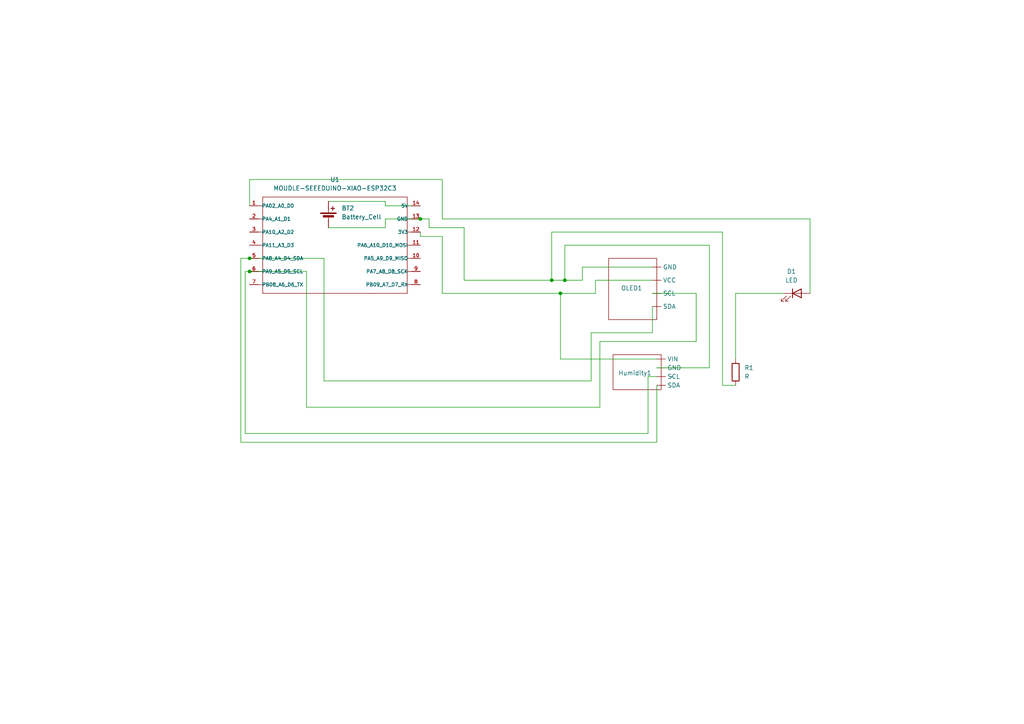
<source format=kicad_sch>
(kicad_sch
	(version 20231120)
	(generator "eeschema")
	(generator_version "8.0")
	(uuid "7337fde0-1ea6-453c-8879-0553c18887b5")
	(paper "A4")
	(lib_symbols
		(symbol "Device:Battery_Cell"
			(pin_numbers hide)
			(pin_names
				(offset 0) hide)
			(exclude_from_sim no)
			(in_bom yes)
			(on_board yes)
			(property "Reference" "BT"
				(at 2.54 2.54 0)
				(effects
					(font
						(size 1.27 1.27)
					)
					(justify left)
				)
			)
			(property "Value" "Battery_Cell"
				(at 2.54 0 0)
				(effects
					(font
						(size 1.27 1.27)
					)
					(justify left)
				)
			)
			(property "Footprint" ""
				(at 0 1.524 90)
				(effects
					(font
						(size 1.27 1.27)
					)
					(hide yes)
				)
			)
			(property "Datasheet" "~"
				(at 0 1.524 90)
				(effects
					(font
						(size 1.27 1.27)
					)
					(hide yes)
				)
			)
			(property "Description" "Single-cell battery"
				(at 0 0 0)
				(effects
					(font
						(size 1.27 1.27)
					)
					(hide yes)
				)
			)
			(property "ki_keywords" "battery cell"
				(at 0 0 0)
				(effects
					(font
						(size 1.27 1.27)
					)
					(hide yes)
				)
			)
			(symbol "Battery_Cell_0_1"
				(rectangle
					(start -2.286 1.778)
					(end 2.286 1.524)
					(stroke
						(width 0)
						(type default)
					)
					(fill
						(type outline)
					)
				)
				(rectangle
					(start -1.524 1.016)
					(end 1.524 0.508)
					(stroke
						(width 0)
						(type default)
					)
					(fill
						(type outline)
					)
				)
				(polyline
					(pts
						(xy 0 0.762) (xy 0 0)
					)
					(stroke
						(width 0)
						(type default)
					)
					(fill
						(type none)
					)
				)
				(polyline
					(pts
						(xy 0 1.778) (xy 0 2.54)
					)
					(stroke
						(width 0)
						(type default)
					)
					(fill
						(type none)
					)
				)
				(polyline
					(pts
						(xy 0.762 3.048) (xy 1.778 3.048)
					)
					(stroke
						(width 0.254)
						(type default)
					)
					(fill
						(type none)
					)
				)
				(polyline
					(pts
						(xy 1.27 3.556) (xy 1.27 2.54)
					)
					(stroke
						(width 0.254)
						(type default)
					)
					(fill
						(type none)
					)
				)
			)
			(symbol "Battery_Cell_1_1"
				(pin passive line
					(at 0 5.08 270)
					(length 2.54)
					(name "+"
						(effects
							(font
								(size 1.27 1.27)
							)
						)
					)
					(number "1"
						(effects
							(font
								(size 1.27 1.27)
							)
						)
					)
				)
				(pin passive line
					(at 0 -2.54 90)
					(length 2.54)
					(name "-"
						(effects
							(font
								(size 1.27 1.27)
							)
						)
					)
					(number "2"
						(effects
							(font
								(size 1.27 1.27)
							)
						)
					)
				)
			)
		)
		(symbol "Device:LED"
			(pin_numbers hide)
			(pin_names
				(offset 1.016) hide)
			(exclude_from_sim no)
			(in_bom yes)
			(on_board yes)
			(property "Reference" "D"
				(at 0 2.54 0)
				(effects
					(font
						(size 1.27 1.27)
					)
				)
			)
			(property "Value" "LED"
				(at 0 -2.54 0)
				(effects
					(font
						(size 1.27 1.27)
					)
				)
			)
			(property "Footprint" ""
				(at 0 0 0)
				(effects
					(font
						(size 1.27 1.27)
					)
					(hide yes)
				)
			)
			(property "Datasheet" "~"
				(at 0 0 0)
				(effects
					(font
						(size 1.27 1.27)
					)
					(hide yes)
				)
			)
			(property "Description" "Light emitting diode"
				(at 0 0 0)
				(effects
					(font
						(size 1.27 1.27)
					)
					(hide yes)
				)
			)
			(property "ki_keywords" "LED diode"
				(at 0 0 0)
				(effects
					(font
						(size 1.27 1.27)
					)
					(hide yes)
				)
			)
			(property "ki_fp_filters" "LED* LED_SMD:* LED_THT:*"
				(at 0 0 0)
				(effects
					(font
						(size 1.27 1.27)
					)
					(hide yes)
				)
			)
			(symbol "LED_0_1"
				(polyline
					(pts
						(xy -1.27 -1.27) (xy -1.27 1.27)
					)
					(stroke
						(width 0.254)
						(type default)
					)
					(fill
						(type none)
					)
				)
				(polyline
					(pts
						(xy -1.27 0) (xy 1.27 0)
					)
					(stroke
						(width 0)
						(type default)
					)
					(fill
						(type none)
					)
				)
				(polyline
					(pts
						(xy 1.27 -1.27) (xy 1.27 1.27) (xy -1.27 0) (xy 1.27 -1.27)
					)
					(stroke
						(width 0.254)
						(type default)
					)
					(fill
						(type none)
					)
				)
				(polyline
					(pts
						(xy -3.048 -0.762) (xy -4.572 -2.286) (xy -3.81 -2.286) (xy -4.572 -2.286) (xy -4.572 -1.524)
					)
					(stroke
						(width 0)
						(type default)
					)
					(fill
						(type none)
					)
				)
				(polyline
					(pts
						(xy -1.778 -0.762) (xy -3.302 -2.286) (xy -2.54 -2.286) (xy -3.302 -2.286) (xy -3.302 -1.524)
					)
					(stroke
						(width 0)
						(type default)
					)
					(fill
						(type none)
					)
				)
			)
			(symbol "LED_1_1"
				(pin passive line
					(at -3.81 0 0)
					(length 2.54)
					(name "K"
						(effects
							(font
								(size 1.27 1.27)
							)
						)
					)
					(number "1"
						(effects
							(font
								(size 1.27 1.27)
							)
						)
					)
				)
				(pin passive line
					(at 3.81 0 180)
					(length 2.54)
					(name "A"
						(effects
							(font
								(size 1.27 1.27)
							)
						)
					)
					(number "2"
						(effects
							(font
								(size 1.27 1.27)
							)
						)
					)
				)
			)
		)
		(symbol "Device:R"
			(pin_numbers hide)
			(pin_names
				(offset 0)
			)
			(exclude_from_sim no)
			(in_bom yes)
			(on_board yes)
			(property "Reference" "R"
				(at 2.032 0 90)
				(effects
					(font
						(size 1.27 1.27)
					)
				)
			)
			(property "Value" "R"
				(at 0 0 90)
				(effects
					(font
						(size 1.27 1.27)
					)
				)
			)
			(property "Footprint" ""
				(at -1.778 0 90)
				(effects
					(font
						(size 1.27 1.27)
					)
					(hide yes)
				)
			)
			(property "Datasheet" "~"
				(at 0 0 0)
				(effects
					(font
						(size 1.27 1.27)
					)
					(hide yes)
				)
			)
			(property "Description" "Resistor"
				(at 0 0 0)
				(effects
					(font
						(size 1.27 1.27)
					)
					(hide yes)
				)
			)
			(property "ki_keywords" "R res resistor"
				(at 0 0 0)
				(effects
					(font
						(size 1.27 1.27)
					)
					(hide yes)
				)
			)
			(property "ki_fp_filters" "R_*"
				(at 0 0 0)
				(effects
					(font
						(size 1.27 1.27)
					)
					(hide yes)
				)
			)
			(symbol "R_0_1"
				(rectangle
					(start -1.016 -2.54)
					(end 1.016 2.54)
					(stroke
						(width 0.254)
						(type default)
					)
					(fill
						(type none)
					)
				)
			)
			(symbol "R_1_1"
				(pin passive line
					(at 0 3.81 270)
					(length 1.27)
					(name "~"
						(effects
							(font
								(size 1.27 1.27)
							)
						)
					)
					(number "1"
						(effects
							(font
								(size 1.27 1.27)
							)
						)
					)
				)
				(pin passive line
					(at 0 -3.81 90)
					(length 1.27)
					(name "~"
						(effects
							(font
								(size 1.27 1.27)
							)
						)
					)
					(number "2"
						(effects
							(font
								(size 1.27 1.27)
							)
						)
					)
				)
			)
		)
		(symbol "MOUDLE-SEEEDUINO-XIAO-ESP32C3:MOUDLE-SEEEDUINO-XIAO-ESP32C3"
			(pin_names
				(offset 1.016)
			)
			(exclude_from_sim no)
			(in_bom yes)
			(on_board yes)
			(property "Reference" "U"
				(at -21.59 15.24 0)
				(effects
					(font
						(size 1.27 1.27)
					)
					(justify left bottom)
				)
			)
			(property "Value" "MOUDLE-SEEEDUINO-XIAO-ESP32C3"
				(at -21.59 13.97 0)
				(effects
					(font
						(size 1.27 1.27)
					)
					(justify left bottom)
				)
			)
			(property "Footprint" "MOUDLE14P-SMD-2.54-21X17.8MM"
				(at 0 0 0)
				(effects
					(font
						(size 1.27 1.27)
					)
					(justify bottom)
					(hide yes)
				)
			)
			(property "Datasheet" ""
				(at 0 0 0)
				(effects
					(font
						(size 1.27 1.27)
					)
					(hide yes)
				)
			)
			(property "Description" ""
				(at 0 0 0)
				(effects
					(font
						(size 1.27 1.27)
					)
					(hide yes)
				)
			)
			(symbol "MOUDLE-SEEEDUINO-XIAO-ESP32C3_0_0"
				(polyline
					(pts
						(xy -21.59 -13.97) (xy -21.59 0)
					)
					(stroke
						(width 0.1524)
						(type default)
					)
					(fill
						(type none)
					)
				)
				(polyline
					(pts
						(xy -21.59 -11.43) (xy -22.86 -11.43)
					)
					(stroke
						(width 0.1524)
						(type default)
					)
					(fill
						(type none)
					)
				)
				(polyline
					(pts
						(xy -21.59 -7.62) (xy -22.86 -7.62)
					)
					(stroke
						(width 0.1524)
						(type default)
					)
					(fill
						(type none)
					)
				)
				(polyline
					(pts
						(xy -21.59 -3.81) (xy -22.86 -3.81)
					)
					(stroke
						(width 0.1524)
						(type default)
					)
					(fill
						(type none)
					)
				)
				(polyline
					(pts
						(xy -21.59 0) (xy -22.86 0)
					)
					(stroke
						(width 0.1524)
						(type default)
					)
					(fill
						(type none)
					)
				)
				(polyline
					(pts
						(xy -21.59 0) (xy -21.59 3.81)
					)
					(stroke
						(width 0.1524)
						(type default)
					)
					(fill
						(type none)
					)
				)
				(polyline
					(pts
						(xy -21.59 3.81) (xy -22.86 3.81)
					)
					(stroke
						(width 0.1524)
						(type default)
					)
					(fill
						(type none)
					)
				)
				(polyline
					(pts
						(xy -21.59 3.81) (xy -21.59 7.62)
					)
					(stroke
						(width 0.1524)
						(type default)
					)
					(fill
						(type none)
					)
				)
				(polyline
					(pts
						(xy -21.59 7.62) (xy -22.86 7.62)
					)
					(stroke
						(width 0.1524)
						(type default)
					)
					(fill
						(type none)
					)
				)
				(polyline
					(pts
						(xy -21.59 7.62) (xy -21.59 11.43)
					)
					(stroke
						(width 0.1524)
						(type default)
					)
					(fill
						(type none)
					)
				)
				(polyline
					(pts
						(xy -21.59 11.43) (xy -22.86 11.43)
					)
					(stroke
						(width 0.1524)
						(type default)
					)
					(fill
						(type none)
					)
				)
				(polyline
					(pts
						(xy -21.59 11.43) (xy -21.59 13.97)
					)
					(stroke
						(width 0.1524)
						(type default)
					)
					(fill
						(type none)
					)
				)
				(polyline
					(pts
						(xy -21.59 13.97) (xy 20.32 13.97)
					)
					(stroke
						(width 0.1524)
						(type default)
					)
					(fill
						(type none)
					)
				)
				(polyline
					(pts
						(xy 20.32 -13.97) (xy -21.59 -13.97)
					)
					(stroke
						(width 0.1524)
						(type default)
					)
					(fill
						(type none)
					)
				)
				(polyline
					(pts
						(xy 20.32 3.81) (xy 20.32 -13.97)
					)
					(stroke
						(width 0.1524)
						(type default)
					)
					(fill
						(type none)
					)
				)
				(polyline
					(pts
						(xy 20.32 7.62) (xy 20.32 3.81)
					)
					(stroke
						(width 0.1524)
						(type default)
					)
					(fill
						(type none)
					)
				)
				(polyline
					(pts
						(xy 20.32 11.43) (xy 20.32 7.62)
					)
					(stroke
						(width 0.1524)
						(type default)
					)
					(fill
						(type none)
					)
				)
				(polyline
					(pts
						(xy 20.32 13.97) (xy 20.32 11.43)
					)
					(stroke
						(width 0.1524)
						(type default)
					)
					(fill
						(type none)
					)
				)
				(polyline
					(pts
						(xy 21.59 -11.43) (xy 20.32 -11.43)
					)
					(stroke
						(width 0.1524)
						(type default)
					)
					(fill
						(type none)
					)
				)
				(polyline
					(pts
						(xy 21.59 -7.62) (xy 20.32 -7.62)
					)
					(stroke
						(width 0.1524)
						(type default)
					)
					(fill
						(type none)
					)
				)
				(polyline
					(pts
						(xy 21.59 -3.81) (xy 20.32 -3.81)
					)
					(stroke
						(width 0.1524)
						(type default)
					)
					(fill
						(type none)
					)
				)
				(polyline
					(pts
						(xy 21.59 0) (xy 20.32 0)
					)
					(stroke
						(width 0.1524)
						(type default)
					)
					(fill
						(type none)
					)
				)
				(polyline
					(pts
						(xy 21.59 3.81) (xy 20.32 3.81)
					)
					(stroke
						(width 0.1524)
						(type default)
					)
					(fill
						(type none)
					)
				)
				(polyline
					(pts
						(xy 21.59 7.62) (xy 20.32 7.62)
					)
					(stroke
						(width 0.1524)
						(type default)
					)
					(fill
						(type none)
					)
				)
				(polyline
					(pts
						(xy 21.59 11.43) (xy 20.32 11.43)
					)
					(stroke
						(width 0.1524)
						(type default)
					)
					(fill
						(type none)
					)
				)
				(pin bidirectional line
					(at -25.4 11.43 0)
					(length 2.54)
					(name "PA02_A0_D0"
						(effects
							(font
								(size 1.016 1.016)
							)
						)
					)
					(number "1"
						(effects
							(font
								(size 1.016 1.016)
							)
						)
					)
				)
				(pin bidirectional line
					(at 24.13 -3.81 180)
					(length 2.54)
					(name "PA5_A9_D9_MISO"
						(effects
							(font
								(size 1.016 1.016)
							)
						)
					)
					(number "10"
						(effects
							(font
								(size 1.016 1.016)
							)
						)
					)
				)
				(pin bidirectional line
					(at 24.13 0 180)
					(length 2.54)
					(name "PA6_A10_D10_MOSI"
						(effects
							(font
								(size 1.016 1.016)
							)
						)
					)
					(number "11"
						(effects
							(font
								(size 1.016 1.016)
							)
						)
					)
				)
				(pin bidirectional line
					(at 24.13 3.81 180)
					(length 2.54)
					(name "3V3"
						(effects
							(font
								(size 1.016 1.016)
							)
						)
					)
					(number "12"
						(effects
							(font
								(size 1.016 1.016)
							)
						)
					)
				)
				(pin bidirectional line
					(at 24.13 7.62 180)
					(length 2.54)
					(name "GND"
						(effects
							(font
								(size 1.016 1.016)
							)
						)
					)
					(number "13"
						(effects
							(font
								(size 1.016 1.016)
							)
						)
					)
				)
				(pin bidirectional line
					(at 24.13 11.43 180)
					(length 2.54)
					(name "5V"
						(effects
							(font
								(size 1.016 1.016)
							)
						)
					)
					(number "14"
						(effects
							(font
								(size 1.016 1.016)
							)
						)
					)
				)
				(pin bidirectional line
					(at -25.4 7.62 0)
					(length 2.54)
					(name "PA4_A1_D1"
						(effects
							(font
								(size 1.016 1.016)
							)
						)
					)
					(number "2"
						(effects
							(font
								(size 1.016 1.016)
							)
						)
					)
				)
				(pin bidirectional line
					(at -25.4 3.81 0)
					(length 2.54)
					(name "PA10_A2_D2"
						(effects
							(font
								(size 1.016 1.016)
							)
						)
					)
					(number "3"
						(effects
							(font
								(size 1.016 1.016)
							)
						)
					)
				)
				(pin bidirectional line
					(at -25.4 0 0)
					(length 2.54)
					(name "PA11_A3_D3"
						(effects
							(font
								(size 1.016 1.016)
							)
						)
					)
					(number "4"
						(effects
							(font
								(size 1.016 1.016)
							)
						)
					)
				)
				(pin bidirectional line
					(at -25.4 -3.81 0)
					(length 2.54)
					(name "PA8_A4_D4_SDA"
						(effects
							(font
								(size 1.016 1.016)
							)
						)
					)
					(number "5"
						(effects
							(font
								(size 1.016 1.016)
							)
						)
					)
				)
				(pin bidirectional line
					(at -25.4 -7.62 0)
					(length 2.54)
					(name "PA9_A5_D5_SCL"
						(effects
							(font
								(size 1.016 1.016)
							)
						)
					)
					(number "6"
						(effects
							(font
								(size 1.016 1.016)
							)
						)
					)
				)
				(pin bidirectional line
					(at -25.4 -11.43 0)
					(length 2.54)
					(name "PB08_A6_D6_TX"
						(effects
							(font
								(size 1.016 1.016)
							)
						)
					)
					(number "7"
						(effects
							(font
								(size 1.016 1.016)
							)
						)
					)
				)
				(pin bidirectional line
					(at 24.13 -11.43 180)
					(length 2.54)
					(name "PB09_A7_D7_RX"
						(effects
							(font
								(size 1.016 1.016)
							)
						)
					)
					(number "8"
						(effects
							(font
								(size 1.016 1.016)
							)
						)
					)
				)
				(pin bidirectional line
					(at 24.13 -7.62 180)
					(length 2.54)
					(name "PA7_A8_D8_SCK"
						(effects
							(font
								(size 1.016 1.016)
							)
						)
					)
					(number "9"
						(effects
							(font
								(size 1.016 1.016)
							)
						)
					)
				)
			)
		)
		(symbol "YEah:BME_Humidity"
			(exclude_from_sim no)
			(in_bom yes)
			(on_board yes)
			(property "Reference" "Humidity"
				(at -0.762 -1.27 0)
				(effects
					(font
						(size 1.27 1.27)
					)
				)
			)
			(property "Value" ""
				(at 0 0 0)
				(effects
					(font
						(size 1.27 1.27)
					)
				)
			)
			(property "Footprint" ""
				(at 0 0 0)
				(effects
					(font
						(size 1.27 1.27)
					)
					(hide yes)
				)
			)
			(property "Datasheet" ""
				(at 0 0 0)
				(effects
					(font
						(size 1.27 1.27)
					)
					(hide yes)
				)
			)
			(property "Description" ""
				(at 0 0 0)
				(effects
					(font
						(size 1.27 1.27)
					)
					(hide yes)
				)
			)
			(symbol "BME_Humidity_0_1"
				(rectangle
					(start -5.08 3.81)
					(end 8.89 -6.35)
					(stroke
						(width 0)
						(type default)
					)
					(fill
						(type none)
					)
				)
			)
			(symbol "BME_Humidity_1_1"
				(pin input line
					(at 7.62 0 0)
					(length 2.54)
					(name "GND"
						(effects
							(font
								(size 1.27 1.27)
							)
						)
					)
					(number ""
						(effects
							(font
								(size 1.27 1.27)
							)
						)
					)
				)
				(pin input line
					(at 7.62 -2.54 0)
					(length 2.54)
					(name "SCL"
						(effects
							(font
								(size 1.27 1.27)
							)
						)
					)
					(number ""
						(effects
							(font
								(size 1.27 1.27)
							)
						)
					)
				)
				(pin input line
					(at 7.62 -5.08 0)
					(length 2.54)
					(name "SDA"
						(effects
							(font
								(size 1.27 1.27)
							)
						)
					)
					(number ""
						(effects
							(font
								(size 1.27 1.27)
							)
						)
					)
				)
				(pin input line
					(at 7.62 2.54 0)
					(length 2.54)
					(name "VIN"
						(effects
							(font
								(size 1.27 1.27)
							)
						)
					)
					(number ""
						(effects
							(font
								(size 1.27 1.27)
							)
						)
					)
				)
			)
		)
		(symbol "YEah:OLED"
			(exclude_from_sim no)
			(in_bom yes)
			(on_board yes)
			(property "Reference" "OLED"
				(at -2.794 2.286 0)
				(effects
					(font
						(size 1.27 1.27)
					)
				)
			)
			(property "Value" ""
				(at 0 0 0)
				(effects
					(font
						(size 1.27 1.27)
					)
				)
			)
			(property "Footprint" ""
				(at 0 0 0)
				(effects
					(font
						(size 1.27 1.27)
					)
					(hide yes)
				)
			)
			(property "Datasheet" ""
				(at 0 0 0)
				(effects
					(font
						(size 1.27 1.27)
					)
					(hide yes)
				)
			)
			(property "Description" ""
				(at 0 0 0)
				(effects
					(font
						(size 1.27 1.27)
					)
					(hide yes)
				)
			)
			(symbol "OLED_0_1"
				(rectangle
					(start -6.35 11.43)
					(end 7.62 -6.35)
					(stroke
						(width 0)
						(type default)
					)
					(fill
						(type none)
					)
				)
			)
			(symbol "OLED_1_1"
				(pin input line
					(at 6.35 8.89 0)
					(length 2.54)
					(name "GND"
						(effects
							(font
								(size 1.27 1.27)
							)
						)
					)
					(number ""
						(effects
							(font
								(size 1.27 1.27)
							)
						)
					)
				)
				(pin input line
					(at 6.35 1.27 0)
					(length 2.54)
					(name "SCL"
						(effects
							(font
								(size 1.27 1.27)
							)
						)
					)
					(number ""
						(effects
							(font
								(size 1.27 1.27)
							)
						)
					)
				)
				(pin input line
					(at 6.35 -2.54 0)
					(length 2.54)
					(name "SDA"
						(effects
							(font
								(size 1.27 1.27)
							)
						)
					)
					(number ""
						(effects
							(font
								(size 1.27 1.27)
							)
						)
					)
				)
				(pin input line
					(at 6.35 5.08 0)
					(length 2.54)
					(name "VCC"
						(effects
							(font
								(size 1.27 1.27)
							)
						)
					)
					(number ""
						(effects
							(font
								(size 1.27 1.27)
							)
						)
					)
				)
			)
		)
	)
	(junction
		(at 163.83 81.28)
		(diameter 0)
		(color 0 0 0 0)
		(uuid "36367370-a3dc-407e-ac03-90faac5e03c8")
	)
	(junction
		(at 162.56 85.09)
		(diameter 0)
		(color 0 0 0 0)
		(uuid "6200207b-ae61-45c4-9a2a-4d9572f20e17")
	)
	(junction
		(at 121.92 63.5)
		(diameter 0)
		(color 0 0 0 0)
		(uuid "65cdba93-02ad-4ff5-acac-ac1636c0060f")
	)
	(junction
		(at 72.39 74.93)
		(diameter 0)
		(color 0 0 0 0)
		(uuid "94754535-027b-4e56-a9cb-f469a378f786")
	)
	(junction
		(at 72.39 78.74)
		(diameter 0)
		(color 0 0 0 0)
		(uuid "a9beaa19-aae5-4769-bea7-208ab6063fdc")
	)
	(junction
		(at 160.02 81.28)
		(diameter 0)
		(color 0 0 0 0)
		(uuid "ce451aa5-06ec-43d1-8522-999d288b540c")
	)
	(wire
		(pts
			(xy 213.36 111.76) (xy 209.55 111.76)
		)
		(stroke
			(width 0)
			(type default)
		)
		(uuid "06b695d1-9dbe-4893-8096-f8313b0f5d78")
	)
	(wire
		(pts
			(xy 209.55 111.76) (xy 209.55 67.31)
		)
		(stroke
			(width 0)
			(type default)
		)
		(uuid "082ae2cb-904f-45d9-9670-a3f49772c534")
	)
	(wire
		(pts
			(xy 128.27 68.58) (xy 121.92 68.58)
		)
		(stroke
			(width 0)
			(type default)
		)
		(uuid "0ce07714-c3ef-43c9-9cd6-96460e8b14e2")
	)
	(wire
		(pts
			(xy 205.74 106.68) (xy 190.5 106.68)
		)
		(stroke
			(width 0)
			(type default)
		)
		(uuid "10c9d9dd-35a6-4377-ab38-529883329654")
	)
	(wire
		(pts
			(xy 71.12 78.74) (xy 71.12 125.73)
		)
		(stroke
			(width 0)
			(type default)
		)
		(uuid "143f53af-de93-49d8-80a1-6145055de17e")
	)
	(wire
		(pts
			(xy 124.46 63.5) (xy 121.92 63.5)
		)
		(stroke
			(width 0)
			(type default)
		)
		(uuid "24ce2948-5788-4b55-9525-5f9f6dfb2a62")
	)
	(wire
		(pts
			(xy 163.83 81.28) (xy 163.83 71.12)
		)
		(stroke
			(width 0)
			(type default)
		)
		(uuid "278b7ca7-1ae3-4d89-aae5-546932dd9f82")
	)
	(wire
		(pts
			(xy 187.96 125.73) (xy 187.96 109.22)
		)
		(stroke
			(width 0)
			(type default)
		)
		(uuid "2bd0f440-029a-4912-bef8-ade83d3fa76d")
	)
	(wire
		(pts
			(xy 160.02 81.28) (xy 163.83 81.28)
		)
		(stroke
			(width 0)
			(type default)
		)
		(uuid "328df493-c135-47db-904d-46b7df6f8694")
	)
	(wire
		(pts
			(xy 124.46 66.04) (xy 124.46 63.5)
		)
		(stroke
			(width 0)
			(type default)
		)
		(uuid "351912ad-734d-45b6-b1fc-764861355fbd")
	)
	(wire
		(pts
			(xy 111.76 58.42) (xy 111.76 59.69)
		)
		(stroke
			(width 0)
			(type default)
		)
		(uuid "3c93b840-d2df-4cdd-b10b-06cff786762e")
	)
	(wire
		(pts
			(xy 128.27 85.09) (xy 162.56 85.09)
		)
		(stroke
			(width 0)
			(type default)
		)
		(uuid "3e69df97-be08-4606-970a-599b6cbc8c5b")
	)
	(wire
		(pts
			(xy 93.98 110.49) (xy 171.45 110.49)
		)
		(stroke
			(width 0)
			(type default)
		)
		(uuid "4249997f-fa33-4d92-a3c4-015f79a6b33c")
	)
	(wire
		(pts
			(xy 209.55 67.31) (xy 160.02 67.31)
		)
		(stroke
			(width 0)
			(type default)
		)
		(uuid "4383863f-7e7f-40f5-ab5f-cca996b7bfac")
	)
	(wire
		(pts
			(xy 121.92 68.58) (xy 121.92 67.31)
		)
		(stroke
			(width 0)
			(type default)
		)
		(uuid "4a138a5c-bcd8-4a06-9af1-4ed68c6c563a")
	)
	(wire
		(pts
			(xy 205.74 71.12) (xy 205.74 106.68)
		)
		(stroke
			(width 0)
			(type default)
		)
		(uuid "4a2c5bf8-a945-4d62-94e7-bee332cffc9c")
	)
	(wire
		(pts
			(xy 162.56 85.09) (xy 172.72 85.09)
		)
		(stroke
			(width 0)
			(type default)
		)
		(uuid "4d0f663e-844c-4bd4-8612-f6a6b84199de")
	)
	(wire
		(pts
			(xy 168.91 81.28) (xy 168.91 77.47)
		)
		(stroke
			(width 0)
			(type default)
		)
		(uuid "4de7a05b-cff2-4211-9349-e0821808fa75")
	)
	(wire
		(pts
			(xy 189.23 85.09) (xy 201.93 85.09)
		)
		(stroke
			(width 0)
			(type default)
		)
		(uuid "4df7698e-30e1-40c4-a165-5e17cb00f062")
	)
	(wire
		(pts
			(xy 162.56 85.09) (xy 162.56 104.14)
		)
		(stroke
			(width 0)
			(type default)
		)
		(uuid "51fe8fe7-477b-4dc7-b686-60799b73d55d")
	)
	(wire
		(pts
			(xy 69.85 74.93) (xy 69.85 128.27)
		)
		(stroke
			(width 0)
			(type default)
		)
		(uuid "54659512-959a-4354-82bc-98a8b01239ac")
	)
	(wire
		(pts
			(xy 227.33 85.09) (xy 213.36 85.09)
		)
		(stroke
			(width 0)
			(type default)
		)
		(uuid "55cd9290-8674-4c15-8f6c-6ad8b52a8ba0")
	)
	(wire
		(pts
			(xy 128.27 63.5) (xy 234.95 63.5)
		)
		(stroke
			(width 0)
			(type default)
		)
		(uuid "55de4d58-fae7-4d3d-a4fa-2bf566bf3e8e")
	)
	(wire
		(pts
			(xy 163.83 71.12) (xy 205.74 71.12)
		)
		(stroke
			(width 0)
			(type default)
		)
		(uuid "5773fcb2-3b71-4073-b695-fa42edafd751")
	)
	(wire
		(pts
			(xy 213.36 85.09) (xy 213.36 104.14)
		)
		(stroke
			(width 0)
			(type default)
		)
		(uuid "6ac254e4-1795-4862-bb32-21acd03ce429")
	)
	(wire
		(pts
			(xy 111.76 59.69) (xy 121.92 59.69)
		)
		(stroke
			(width 0)
			(type default)
		)
		(uuid "6d8b3089-e22b-4055-abc7-13b26f8411bd")
	)
	(wire
		(pts
			(xy 160.02 67.31) (xy 160.02 81.28)
		)
		(stroke
			(width 0)
			(type default)
		)
		(uuid "7527e1a2-d888-4a0c-a482-c5f25ddbc457")
	)
	(wire
		(pts
			(xy 71.12 78.74) (xy 72.39 78.74)
		)
		(stroke
			(width 0)
			(type default)
		)
		(uuid "752c684c-8a37-43cb-b4c2-d928349387e9")
	)
	(wire
		(pts
			(xy 162.56 104.14) (xy 190.5 104.14)
		)
		(stroke
			(width 0)
			(type default)
		)
		(uuid "75bee65b-c069-41c4-a763-90c276a78dcc")
	)
	(wire
		(pts
			(xy 134.62 66.04) (xy 124.46 66.04)
		)
		(stroke
			(width 0)
			(type default)
		)
		(uuid "76c85ebc-cb4f-44f7-881e-53eed9f87ebb")
	)
	(wire
		(pts
			(xy 88.9 118.11) (xy 173.99 118.11)
		)
		(stroke
			(width 0)
			(type default)
		)
		(uuid "7baeca2d-f42f-4e46-9067-59db23358d46")
	)
	(wire
		(pts
			(xy 190.5 128.27) (xy 190.5 111.76)
		)
		(stroke
			(width 0)
			(type default)
		)
		(uuid "7de310d4-7044-4670-9d83-69a7138fa5c4")
	)
	(wire
		(pts
			(xy 128.27 63.5) (xy 128.27 52.07)
		)
		(stroke
			(width 0)
			(type default)
		)
		(uuid "80bb901d-6b0b-45f2-8a95-68df80c5f725")
	)
	(wire
		(pts
			(xy 71.12 125.73) (xy 187.96 125.73)
		)
		(stroke
			(width 0)
			(type default)
		)
		(uuid "821440b8-8ace-4d71-a473-0210c3ba835f")
	)
	(wire
		(pts
			(xy 171.45 96.52) (xy 189.23 96.52)
		)
		(stroke
			(width 0)
			(type default)
		)
		(uuid "8900a974-d51a-4827-9984-51c9fb8c4d4d")
	)
	(wire
		(pts
			(xy 201.93 99.06) (xy 201.93 85.09)
		)
		(stroke
			(width 0)
			(type default)
		)
		(uuid "8c880dbb-0d51-42e2-940d-e66161887a12")
	)
	(wire
		(pts
			(xy 134.62 81.28) (xy 134.62 66.04)
		)
		(stroke
			(width 0)
			(type default)
		)
		(uuid "8fc083d2-4a8a-47e3-b286-1871fa22f818")
	)
	(wire
		(pts
			(xy 128.27 52.07) (xy 72.39 52.07)
		)
		(stroke
			(width 0)
			(type default)
		)
		(uuid "92f9e5d9-d300-4fb3-b26f-2cecade8ac4e")
	)
	(wire
		(pts
			(xy 72.39 52.07) (xy 72.39 59.69)
		)
		(stroke
			(width 0)
			(type default)
		)
		(uuid "97370d7d-b376-43e4-a29f-7517491b2f1d")
	)
	(wire
		(pts
			(xy 69.85 128.27) (xy 190.5 128.27)
		)
		(stroke
			(width 0)
			(type default)
		)
		(uuid "974bb12f-0582-4923-aab1-f180e617e7bd")
	)
	(wire
		(pts
			(xy 160.02 81.28) (xy 134.62 81.28)
		)
		(stroke
			(width 0)
			(type default)
		)
		(uuid "9cc2e085-b280-4d39-8d57-68eadb03478b")
	)
	(wire
		(pts
			(xy 173.99 99.06) (xy 201.93 99.06)
		)
		(stroke
			(width 0)
			(type default)
		)
		(uuid "9e546683-4968-46dc-86be-5eac558f9370")
	)
	(wire
		(pts
			(xy 88.9 78.74) (xy 88.9 118.11)
		)
		(stroke
			(width 0)
			(type default)
		)
		(uuid "a67e6d64-0290-43a4-8e0a-b4dccd6a1d24")
	)
	(wire
		(pts
			(xy 128.27 85.09) (xy 128.27 68.58)
		)
		(stroke
			(width 0)
			(type default)
		)
		(uuid "a84f5bd7-52f0-4945-9a6b-beb9827276cc")
	)
	(wire
		(pts
			(xy 172.72 85.09) (xy 172.72 81.28)
		)
		(stroke
			(width 0)
			(type default)
		)
		(uuid "a92566df-29f7-46d1-a7e6-e81a4374418c")
	)
	(wire
		(pts
			(xy 95.25 58.42) (xy 111.76 58.42)
		)
		(stroke
			(width 0)
			(type default)
		)
		(uuid "adbbffa7-2c38-4f7b-840f-094b66d441f2")
	)
	(wire
		(pts
			(xy 172.72 81.28) (xy 189.23 81.28)
		)
		(stroke
			(width 0)
			(type default)
		)
		(uuid "b1fa981e-729a-4fab-9738-761efd1a48d9")
	)
	(wire
		(pts
			(xy 187.96 109.22) (xy 190.5 109.22)
		)
		(stroke
			(width 0)
			(type default)
		)
		(uuid "b9c5a562-6014-4bb4-926b-2ed61cd894e9")
	)
	(wire
		(pts
			(xy 189.23 96.52) (xy 189.23 88.9)
		)
		(stroke
			(width 0)
			(type default)
		)
		(uuid "bb247535-00ac-4a59-8ea1-abdd50e726f5")
	)
	(wire
		(pts
			(xy 234.95 63.5) (xy 234.95 85.09)
		)
		(stroke
			(width 0)
			(type default)
		)
		(uuid "bb771cca-2598-4df9-ae9e-740b93f52d2c")
	)
	(wire
		(pts
			(xy 171.45 110.49) (xy 171.45 96.52)
		)
		(stroke
			(width 0)
			(type default)
		)
		(uuid "bbea9289-f540-40eb-bdde-dcc6d7e43c18")
	)
	(wire
		(pts
			(xy 72.39 78.74) (xy 88.9 78.74)
		)
		(stroke
			(width 0)
			(type default)
		)
		(uuid "bda0d46d-71a1-4d45-af59-2f1fb14927b1")
	)
	(wire
		(pts
			(xy 111.76 66.04) (xy 111.76 63.5)
		)
		(stroke
			(width 0)
			(type default)
		)
		(uuid "c0b859d9-fd6c-41c2-9016-ceadeafd1115")
	)
	(wire
		(pts
			(xy 163.83 81.28) (xy 168.91 81.28)
		)
		(stroke
			(width 0)
			(type default)
		)
		(uuid "c478d5f7-99e6-43e8-bae1-e010694e244c")
	)
	(wire
		(pts
			(xy 93.98 74.93) (xy 93.98 110.49)
		)
		(stroke
			(width 0)
			(type default)
		)
		(uuid "c933974a-d783-46b8-af2a-0cd7af6b400a")
	)
	(wire
		(pts
			(xy 69.85 74.93) (xy 72.39 74.93)
		)
		(stroke
			(width 0)
			(type default)
		)
		(uuid "c9aecbfa-19c0-4881-b48f-5df9d76ca82f")
	)
	(wire
		(pts
			(xy 168.91 77.47) (xy 189.23 77.47)
		)
		(stroke
			(width 0)
			(type default)
		)
		(uuid "d464cb33-4866-4748-aea0-6502918ee18b")
	)
	(wire
		(pts
			(xy 111.76 63.5) (xy 121.92 63.5)
		)
		(stroke
			(width 0)
			(type default)
		)
		(uuid "d80a5f10-babb-42bf-a6d8-96b6e62cf9f8")
	)
	(wire
		(pts
			(xy 95.25 66.04) (xy 111.76 66.04)
		)
		(stroke
			(width 0)
			(type default)
		)
		(uuid "e17e6461-039e-418b-a889-7da9bf8f7b8d")
	)
	(wire
		(pts
			(xy 173.99 118.11) (xy 173.99 99.06)
		)
		(stroke
			(width 0)
			(type default)
		)
		(uuid "f017e2dc-4bfb-48b8-a6c7-a9cb603dcb61")
	)
	(wire
		(pts
			(xy 93.98 74.93) (xy 72.39 74.93)
		)
		(stroke
			(width 0)
			(type default)
		)
		(uuid "f5b29b2e-0433-432e-90ee-8d99c881cd51")
	)
	(symbol
		(lib_id "YEah:OLED")
		(at 182.88 86.36 0)
		(unit 1)
		(exclude_from_sim no)
		(in_bom yes)
		(on_board yes)
		(dnp no)
		(uuid "34af697a-98cc-42f5-b81b-53631c2e4e69")
		(property "Reference" "OLED1"
			(at 180.086 83.566 0)
			(effects
				(font
					(size 1.27 1.27)
				)
				(justify left)
			)
		)
		(property "Value" "~"
			(at 193.04 85.09 0)
			(effects
				(font
					(size 1.27 1.27)
				)
				(justify left)
			)
		)
		(property "Footprint" "Crystal:Crystal_SMD_0603-2Pin_6.0x3.5mm_HandSoldering"
			(at 182.88 86.36 0)
			(effects
				(font
					(size 1.27 1.27)
				)
				(hide yes)
			)
		)
		(property "Datasheet" ""
			(at 182.88 86.36 0)
			(effects
				(font
					(size 1.27 1.27)
				)
				(hide yes)
			)
		)
		(property "Description" ""
			(at 182.88 86.36 0)
			(effects
				(font
					(size 1.27 1.27)
				)
				(hide yes)
			)
		)
		(pin ""
			(uuid "45f3d69a-862e-48c6-9f24-3cd916f1cd0d")
		)
		(pin ""
			(uuid "bd4321c6-b302-4289-9e11-7ce06b26ca15")
		)
		(pin ""
			(uuid "4c4b123c-650e-4cf2-b9e3-d9a7ab5b8072")
		)
		(pin ""
			(uuid "2d4862da-55f9-4807-9fc5-d2112797d462")
		)
		(instances
			(project ""
				(path "/7337fde0-1ea6-453c-8879-0553c18887b5"
					(reference "OLED1")
					(unit 1)
				)
			)
		)
	)
	(symbol
		(lib_id "Device:Battery_Cell")
		(at 95.25 63.5 0)
		(unit 1)
		(exclude_from_sim no)
		(in_bom yes)
		(on_board yes)
		(dnp no)
		(fields_autoplaced yes)
		(uuid "3b74b323-7ae1-485b-98ff-da450b9cc2e3")
		(property "Reference" "BT2"
			(at 99.06 60.3884 0)
			(effects
				(font
					(size 1.27 1.27)
				)
				(justify left)
			)
		)
		(property "Value" "Battery_Cell"
			(at 99.06 62.9284 0)
			(effects
				(font
					(size 1.27 1.27)
				)
				(justify left)
			)
		)
		(property "Footprint" "Crystal:Crystal_SMD_0603-2Pin_6.0x3.5mm_HandSoldering"
			(at 95.25 61.976 90)
			(effects
				(font
					(size 1.27 1.27)
				)
				(hide yes)
			)
		)
		(property "Datasheet" "~"
			(at 95.25 61.976 90)
			(effects
				(font
					(size 1.27 1.27)
				)
				(hide yes)
			)
		)
		(property "Description" "Single-cell battery"
			(at 95.25 63.5 0)
			(effects
				(font
					(size 1.27 1.27)
				)
				(hide yes)
			)
		)
		(pin "2"
			(uuid "ee872265-9d19-49c1-9b19-b236fc49af5f")
		)
		(pin "1"
			(uuid "c6bf5aea-f065-4064-8c54-7f7cfa6b953a")
		)
		(instances
			(project ""
				(path "/7337fde0-1ea6-453c-8879-0553c18887b5"
					(reference "BT2")
					(unit 1)
				)
			)
		)
	)
	(symbol
		(lib_id "Device:R")
		(at 213.36 107.95 0)
		(unit 1)
		(exclude_from_sim no)
		(in_bom yes)
		(on_board yes)
		(dnp no)
		(fields_autoplaced yes)
		(uuid "9e47a17a-400e-46bb-86d3-09413c838f1b")
		(property "Reference" "R1"
			(at 215.9 106.6799 0)
			(effects
				(font
					(size 1.27 1.27)
				)
				(justify left)
			)
		)
		(property "Value" "R"
			(at 215.9 109.2199 0)
			(effects
				(font
					(size 1.27 1.27)
				)
				(justify left)
			)
		)
		(property "Footprint" "Crystal:Crystal_SMD_0603-2Pin_6.0x3.5mm_HandSoldering"
			(at 211.582 107.95 90)
			(effects
				(font
					(size 1.27 1.27)
				)
				(hide yes)
			)
		)
		(property "Datasheet" "~"
			(at 213.36 107.95 0)
			(effects
				(font
					(size 1.27 1.27)
				)
				(hide yes)
			)
		)
		(property "Description" "Resistor"
			(at 213.36 107.95 0)
			(effects
				(font
					(size 1.27 1.27)
				)
				(hide yes)
			)
		)
		(pin "1"
			(uuid "daa3513f-1a44-4d88-b194-29a084f5a71f")
		)
		(pin "2"
			(uuid "8f9a6dc0-3720-46dd-a7b1-4c8de71210f4")
		)
		(instances
			(project ""
				(path "/7337fde0-1ea6-453c-8879-0553c18887b5"
					(reference "R1")
					(unit 1)
				)
			)
		)
	)
	(symbol
		(lib_id "YEah:BME_Humidity")
		(at 182.88 106.68 0)
		(unit 1)
		(exclude_from_sim no)
		(in_bom yes)
		(on_board yes)
		(dnp no)
		(uuid "bf509b5b-1e9b-4f08-a95b-f801de9f8e5b")
		(property "Reference" "Humidity1"
			(at 179.324 108.204 0)
			(effects
				(font
					(size 1.27 1.27)
				)
				(justify left)
			)
		)
		(property "Value" "~"
			(at 194.31 109.22 0)
			(effects
				(font
					(size 1.27 1.27)
				)
				(justify left)
			)
		)
		(property "Footprint" "Crystal:Crystal_SMD_0603-2Pin_6.0x3.5mm_HandSoldering"
			(at 182.88 106.68 0)
			(effects
				(font
					(size 1.27 1.27)
				)
				(hide yes)
			)
		)
		(property "Datasheet" ""
			(at 182.88 106.68 0)
			(effects
				(font
					(size 1.27 1.27)
				)
				(hide yes)
			)
		)
		(property "Description" ""
			(at 182.88 106.68 0)
			(effects
				(font
					(size 1.27 1.27)
				)
				(hide yes)
			)
		)
		(pin ""
			(uuid "897c3f64-b79d-43ca-b74b-f2523b7a57d4")
		)
		(pin ""
			(uuid "63099cc8-8f50-49d5-bc25-ec01759bdda9")
		)
		(pin ""
			(uuid "7a522a60-00fd-4253-9e16-c73294265da8")
		)
		(pin ""
			(uuid "ea541ad6-4a06-42e6-82d9-99511be95ab2")
		)
		(instances
			(project ""
				(path "/7337fde0-1ea6-453c-8879-0553c18887b5"
					(reference "Humidity1")
					(unit 1)
				)
			)
		)
	)
	(symbol
		(lib_id "Device:LED")
		(at 231.14 85.09 0)
		(unit 1)
		(exclude_from_sim no)
		(in_bom yes)
		(on_board yes)
		(dnp no)
		(fields_autoplaced yes)
		(uuid "ed8c406b-5450-4acd-a1e9-852d2673ee59")
		(property "Reference" "D1"
			(at 229.5525 78.74 0)
			(effects
				(font
					(size 1.27 1.27)
				)
			)
		)
		(property "Value" "LED"
			(at 229.5525 81.28 0)
			(effects
				(font
					(size 1.27 1.27)
				)
			)
		)
		(property "Footprint" "Crystal:Crystal_SMD_0603-2Pin_6.0x3.5mm_HandSoldering"
			(at 231.14 85.09 0)
			(effects
				(font
					(size 1.27 1.27)
				)
				(hide yes)
			)
		)
		(property "Datasheet" "~"
			(at 231.14 85.09 0)
			(effects
				(font
					(size 1.27 1.27)
				)
				(hide yes)
			)
		)
		(property "Description" "Light emitting diode"
			(at 231.14 85.09 0)
			(effects
				(font
					(size 1.27 1.27)
				)
				(hide yes)
			)
		)
		(pin "2"
			(uuid "c70df89f-fee7-495a-87ca-f2d8f1391ad9")
		)
		(pin "1"
			(uuid "58700668-8385-49ea-87de-73fc3f891f03")
		)
		(instances
			(project ""
				(path "/7337fde0-1ea6-453c-8879-0553c18887b5"
					(reference "D1")
					(unit 1)
				)
			)
		)
	)
	(symbol
		(lib_id "MOUDLE-SEEEDUINO-XIAO-ESP32C3:MOUDLE-SEEEDUINO-XIAO-ESP32C3")
		(at 97.79 71.12 0)
		(unit 1)
		(exclude_from_sim no)
		(in_bom yes)
		(on_board yes)
		(dnp no)
		(fields_autoplaced yes)
		(uuid "f31a8f7f-f792-4cb5-85bb-796b136d2f3e")
		(property "Reference" "U1"
			(at 97.155 52.07 0)
			(effects
				(font
					(size 1.27 1.27)
				)
			)
		)
		(property "Value" "MOUDLE-SEEEDUINO-XIAO-ESP32C3"
			(at 97.155 54.61 0)
			(effects
				(font
					(size 1.27 1.27)
				)
			)
		)
		(property "Footprint" "Crystal:Crystal_SMD_0603-2Pin_6.0x3.5mm_HandSoldering"
			(at 97.79 71.12 0)
			(effects
				(font
					(size 1.27 1.27)
				)
				(justify bottom)
				(hide yes)
			)
		)
		(property "Datasheet" ""
			(at 97.79 71.12 0)
			(effects
				(font
					(size 1.27 1.27)
				)
				(hide yes)
			)
		)
		(property "Description" ""
			(at 97.79 71.12 0)
			(effects
				(font
					(size 1.27 1.27)
				)
				(hide yes)
			)
		)
		(pin "13"
			(uuid "56f727d8-7ddd-4810-9413-83c739194f19")
		)
		(pin "1"
			(uuid "5f23c250-3236-46ec-9ef6-2219ae22f3fb")
		)
		(pin "12"
			(uuid "19b00c5f-4777-4efe-9cc3-0d4958afd5ba")
		)
		(pin "11"
			(uuid "7ac5a2b6-9654-4c76-8ab8-465c762a26e3")
		)
		(pin "2"
			(uuid "689e2978-a0b9-450b-b13d-4fccc828b55d")
		)
		(pin "6"
			(uuid "0099197e-9079-4e2f-84ab-e39f6d4e5791")
		)
		(pin "14"
			(uuid "614564ce-7a20-456f-94bb-b8d4d099a213")
		)
		(pin "5"
			(uuid "cd4faac9-7899-4f77-a62b-1a554427d22e")
		)
		(pin "7"
			(uuid "407678f0-5fe2-41dd-ba23-793a54ad8236")
		)
		(pin "4"
			(uuid "ee9eef94-f697-41fb-bf01-a7ddbd8ce243")
		)
		(pin "8"
			(uuid "3698133e-d719-49da-a40b-a2cd5945688d")
		)
		(pin "3"
			(uuid "15f772cb-b53c-45b3-9011-e86b03402b68")
		)
		(pin "9"
			(uuid "de8d93bc-42c7-41db-a739-cde00b5b8e7d")
		)
		(pin "10"
			(uuid "5036d818-efa3-40c7-824e-aeadca83cd93")
		)
		(instances
			(project ""
				(path "/7337fde0-1ea6-453c-8879-0553c18887b5"
					(reference "U1")
					(unit 1)
				)
			)
		)
	)
	(sheet_instances
		(path "/"
			(page "1")
		)
	)
)

</source>
